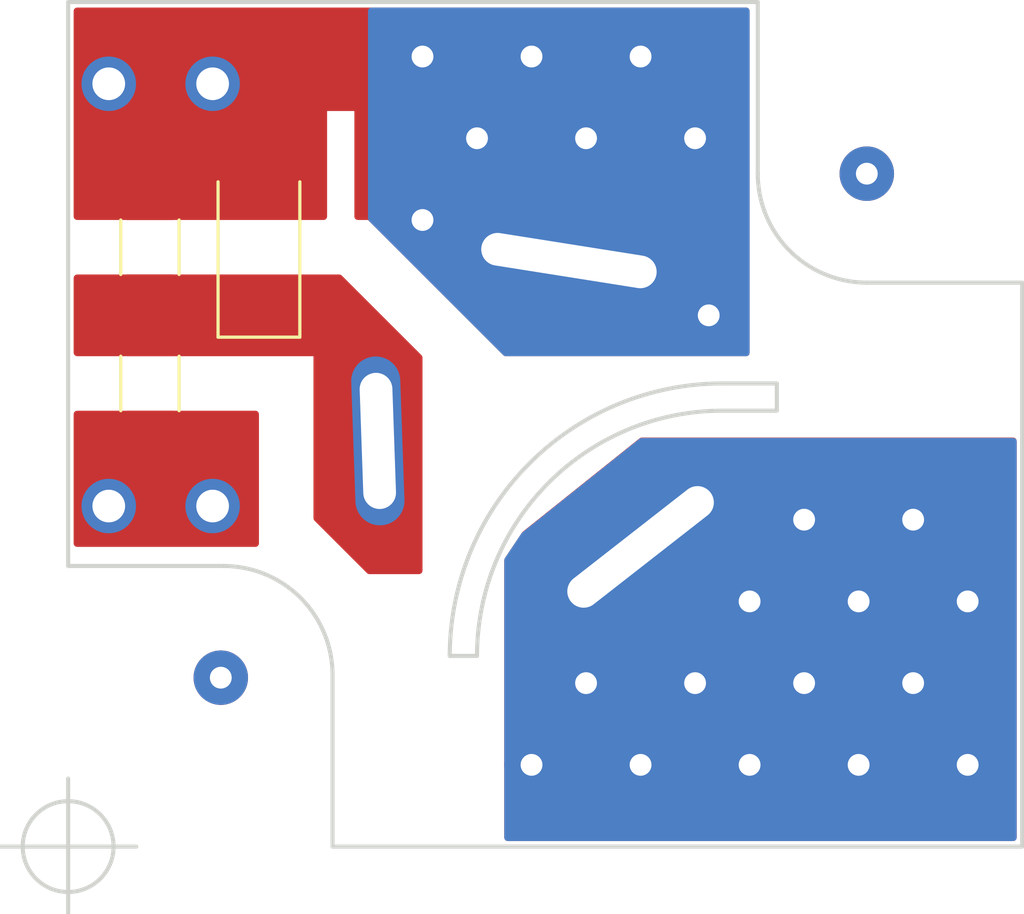
<source format=kicad_pcb>
(kicad_pcb (version 4) (host pcbnew 4.0.7)

  (general
    (links 31)
    (no_connects 0)
    (area 109.924999 94.924999 145.075001 126.075001)
    (thickness 1.6)
    (drawings 17)
    (tracks 0)
    (zones 0)
    (modules 30)
    (nets 5)
  )

  (page A4)
  (layers
    (0 F.Cu signal)
    (31 B.Cu signal)
    (32 B.Adhes user)
    (33 F.Adhes user)
    (34 B.Paste user)
    (35 F.Paste user)
    (36 B.SilkS user)
    (37 F.SilkS user)
    (38 B.Mask user)
    (39 F.Mask user)
    (40 Dwgs.User user)
    (41 Cmts.User user)
    (42 Eco1.User user)
    (43 Eco2.User user)
    (44 Edge.Cuts user)
    (45 Margin user)
    (46 B.CrtYd user)
    (47 F.CrtYd user)
    (48 B.Fab user)
    (49 F.Fab user)
  )

  (setup
    (last_trace_width 0.25)
    (trace_clearance 0.2)
    (zone_clearance 0.127)
    (zone_45_only no)
    (trace_min 0.2)
    (segment_width 0.2)
    (edge_width 0.15)
    (via_size 0.6)
    (via_drill 0.4)
    (via_min_size 0.4)
    (via_min_drill 0.3)
    (uvia_size 0.3)
    (uvia_drill 0.1)
    (uvias_allowed no)
    (uvia_min_size 0.2)
    (uvia_min_drill 0.1)
    (pcb_text_width 0.3)
    (pcb_text_size 1.5 1.5)
    (mod_edge_width 0.15)
    (mod_text_size 1 1)
    (mod_text_width 0.15)
    (pad_size 1.99898 1.99898)
    (pad_drill 0.8001)
    (pad_to_mask_clearance 0.2)
    (aux_axis_origin 110 126)
    (grid_origin 110 126)
    (visible_elements 7FFFEF7F)
    (pcbplotparams
      (layerselection 0x010e0_80000001)
      (usegerberextensions false)
      (excludeedgelayer false)
      (linewidth 0.100000)
      (plotframeref false)
      (viasonmask false)
      (mode 1)
      (useauxorigin false)
      (hpglpennumber 1)
      (hpglpenspeed 20)
      (hpglpendiameter 15)
      (hpglpenoverlay 2)
      (psnegative false)
      (psa4output false)
      (plotreference true)
      (plotvalue true)
      (plotinvisibletext false)
      (padsonsilk false)
      (subtractmaskfromsilk false)
      (outputformat 1)
      (mirror false)
      (drillshape 0)
      (scaleselection 1)
      (outputdirectory gamyba/gerbers/))
  )

  (net 0 "")
  (net 1 "Net-(D1-Pad2)")
  (net 2 /C)
  (net 3 /CTRL)
  (net 4 /A)

  (net_class Default "This is the default net class."
    (clearance 0.2)
    (trace_width 0.25)
    (via_dia 0.6)
    (via_drill 0.4)
    (uvia_dia 0.3)
    (uvia_drill 0.1)
    (add_net /A)
    (add_net /C)
    (add_net /CTRL)
    (add_net "Net-(D1-Pad2)")
  )

  (module Wire_Pads:SolderWirePad_single_0-8mmDrill (layer F.Cu) (tedit 5BACD84F) (tstamp 5BB01C6C)
    (at 139.3 101.3)
    (fp_text reference REF** (at 0 -2.54) (layer F.SilkS) hide
      (effects (font (size 1 1) (thickness 0.15)))
    )
    (fp_text value SolderWirePad_single_0-8mmDrill (at 0 2.54) (layer F.Fab) hide
      (effects (font (size 1 1) (thickness 0.15)))
    )
    (pad 1 thru_hole circle (at 0 0) (size 1.99898 1.99898) (drill 0.8001) (layers *.Cu *.Mask))
  )

  (module Wire_Pads:SolderWirePad_single_0-8mmDrill (layer F.Cu) (tedit 5BACD84F) (tstamp 5BB01C5A)
    (at 115.6 119.8)
    (fp_text reference REF** (at 0 -2.54) (layer F.SilkS) hide
      (effects (font (size 1 1) (thickness 0.15)))
    )
    (fp_text value SolderWirePad_single_0-8mmDrill (at 0 2.54) (layer F.Fab) hide
      (effects (font (size 1 1) (thickness 0.15)))
    )
    (pad 1 thru_hole circle (at 0 0) (size 1.99898 1.99898) (drill 0.8001) (layers *.Cu *.Mask))
  )

  (module Wire_Pads:SolderWirePad_single_0-8mmDrill (layer F.Cu) (tedit 5BACD7C0) (tstamp 5BB01C55)
    (at 133.5 106.5)
    (fp_text reference REF** (at 0 -2.54) (layer F.SilkS) hide
      (effects (font (size 1 1) (thickness 0.15)))
    )
    (fp_text value SolderWirePad_single_0-8mmDrill (at 0 2.54) (layer F.Fab) hide
      (effects (font (size 1 1) (thickness 0.15)))
    )
    (pad 1 thru_hole circle (at 0 0) (size 1.99898 1.99898) (drill 0.8001) (layers *.Cu *.Mask)
      (net 2 /C))
  )

  (module Wire_Pads:SolderWirePad_single_0-8mmDrill (layer F.Cu) (tedit 5BACD74D) (tstamp 5BB018ED)
    (at 127 123)
    (fp_text reference REF** (at 0 -2.54) (layer F.SilkS) hide
      (effects (font (size 1 1) (thickness 0.15)))
    )
    (fp_text value SolderWirePad_single_0-8mmDrill (at 0 2.54) (layer F.Fab) hide
      (effects (font (size 1 1) (thickness 0.15)))
    )
    (pad 1 thru_hole circle (at 0 0) (size 1.99898 1.99898) (drill 0.8001) (layers *.Cu *.Mask)
      (net 4 /A))
  )

  (module Wire_Pads:SolderWirePad_single_0-8mmDrill (layer F.Cu) (tedit 5BACD7C0) (tstamp 5BB018E4)
    (at 123 103)
    (fp_text reference REF** (at 0 -2.54) (layer F.SilkS) hide
      (effects (font (size 1 1) (thickness 0.15)))
    )
    (fp_text value SolderWirePad_single_0-8mmDrill (at 0 2.54) (layer F.Fab) hide
      (effects (font (size 1 1) (thickness 0.15)))
    )
    (pad 1 thru_hole circle (at 0 0) (size 1.99898 1.99898) (drill 0.8001) (layers *.Cu *.Mask)
      (net 2 /C))
  )

  (module Wire_Pads:SolderWirePad_single_0-8mmDrill (layer F.Cu) (tedit 5BACD7CA) (tstamp 5BB018E0)
    (at 133 100)
    (fp_text reference REF** (at 0 -2.54) (layer F.SilkS) hide
      (effects (font (size 1 1) (thickness 0.15)))
    )
    (fp_text value SolderWirePad_single_0-8mmDrill (at 0 2.54) (layer F.Fab) hide
      (effects (font (size 1 1) (thickness 0.15)))
    )
    (pad 1 thru_hole circle (at 0 0) (size 1.99898 1.99898) (drill 0.8001) (layers *.Cu *.Mask)
      (net 2 /C))
  )

  (module Wire_Pads:SolderWirePad_single_0-8mmDrill (layer F.Cu) (tedit 5BACD7C3) (tstamp 5BB018DC)
    (at 125 100)
    (fp_text reference REF** (at 0 -2.54) (layer F.SilkS) hide
      (effects (font (size 1 1) (thickness 0.15)))
    )
    (fp_text value SolderWirePad_single_0-8mmDrill (at 0 2.54) (layer F.Fab) hide
      (effects (font (size 1 1) (thickness 0.15)))
    )
    (pad 1 thru_hole circle (at 0 0) (size 1.99898 1.99898) (drill 0.8001) (layers *.Cu *.Mask)
      (net 2 /C))
  )

  (module Wire_Pads:SolderWirePad_single_0-8mmDrill (layer F.Cu) (tedit 5BACD7C6) (tstamp 5BB018D8)
    (at 129 100)
    (fp_text reference REF** (at 0 -2.54) (layer F.SilkS) hide
      (effects (font (size 1 1) (thickness 0.15)))
    )
    (fp_text value SolderWirePad_single_0-8mmDrill (at 0 2.54) (layer F.Fab) hide
      (effects (font (size 1 1) (thickness 0.15)))
    )
    (pad 1 thru_hole circle (at 0 0) (size 1.99898 1.99898) (drill 0.8001) (layers *.Cu *.Mask)
      (net 2 /C))
  )

  (module Wire_Pads:SolderWirePad_single_0-8mmDrill (layer F.Cu) (tedit 5BACD75A) (tstamp 5BB018D4)
    (at 131 97)
    (fp_text reference REF** (at 0 -2.54) (layer F.SilkS) hide
      (effects (font (size 1 1) (thickness 0.15)))
    )
    (fp_text value SolderWirePad_single_0-8mmDrill (at 0 2.54) (layer F.Fab) hide
      (effects (font (size 1 1) (thickness 0.15)))
    )
    (pad 1 thru_hole circle (at 0 0) (size 1.99898 1.99898) (drill 0.8001) (layers *.Cu *.Mask)
      (net 2 /C))
  )

  (module Wire_Pads:SolderWirePad_single_0-8mmDrill (layer F.Cu) (tedit 5BACD757) (tstamp 5BB018D0)
    (at 127 97)
    (fp_text reference REF** (at 0 -2.54) (layer F.SilkS) hide
      (effects (font (size 1 1) (thickness 0.15)))
    )
    (fp_text value SolderWirePad_single_0-8mmDrill (at 0 2.54) (layer F.Fab) hide
      (effects (font (size 1 1) (thickness 0.15)))
    )
    (pad 1 thru_hole circle (at 0 0) (size 1.99898 1.99898) (drill 0.8001) (layers *.Cu *.Mask)
      (net 2 /C))
  )

  (module Wire_Pads:SolderWirePad_single_0-8mmDrill (layer F.Cu) (tedit 5BACD754) (tstamp 5BB018C5)
    (at 123 97)
    (fp_text reference REF** (at 0 -2.54) (layer F.SilkS) hide
      (effects (font (size 1 1) (thickness 0.15)))
    )
    (fp_text value SolderWirePad_single_0-8mmDrill (at 0 2.54) (layer F.Fab) hide
      (effects (font (size 1 1) (thickness 0.15)))
    )
    (pad 1 thru_hole circle (at 0 0) (size 1.99898 1.99898) (drill 0.8001) (layers *.Cu *.Mask)
      (net 2 /C))
  )

  (module Wire_Pads:SolderWirePad_single_0-8mmDrill (layer F.Cu) (tedit 5BACD7F6) (tstamp 5BB018B3)
    (at 143 123)
    (fp_text reference REF** (at 0 -2.54) (layer F.SilkS) hide
      (effects (font (size 1 1) (thickness 0.15)))
    )
    (fp_text value SolderWirePad_single_0-8mmDrill (at 0 2.54) (layer F.Fab) hide
      (effects (font (size 1 1) (thickness 0.15)))
    )
    (pad 1 thru_hole circle (at 0 0) (size 1.99898 1.99898) (drill 0.8001) (layers *.Cu *.Mask)
      (net 4 /A))
  )

  (module Wire_Pads:SolderWirePad_single_0-8mmDrill (layer F.Cu) (tedit 5BACD7F3) (tstamp 5BB018AF)
    (at 139 123)
    (fp_text reference REF** (at 0 -2.54) (layer F.SilkS) hide
      (effects (font (size 1 1) (thickness 0.15)))
    )
    (fp_text value SolderWirePad_single_0-8mmDrill (at 0 2.54) (layer F.Fab) hide
      (effects (font (size 1 1) (thickness 0.15)))
    )
    (pad 1 thru_hole circle (at 0 0) (size 1.99898 1.99898) (drill 0.8001) (layers *.Cu *.Mask)
      (net 4 /A))
  )

  (module Wire_Pads:SolderWirePad_single_0-8mmDrill (layer F.Cu) (tedit 5BACD7F1) (tstamp 5BB018AB)
    (at 135 123)
    (fp_text reference REF** (at 0 -2.54) (layer F.SilkS) hide
      (effects (font (size 1 1) (thickness 0.15)))
    )
    (fp_text value SolderWirePad_single_0-8mmDrill (at 0 2.54) (layer F.Fab) hide
      (effects (font (size 1 1) (thickness 0.15)))
    )
    (pad 1 thru_hole circle (at 0 0) (size 1.99898 1.99898) (drill 0.8001) (layers *.Cu *.Mask)
      (net 4 /A))
  )

  (module Wire_Pads:SolderWirePad_single_0-8mmDrill (layer F.Cu) (tedit 5BACD7EE) (tstamp 5BB018A7)
    (at 131 123)
    (fp_text reference REF** (at 0 -2.54) (layer F.SilkS) hide
      (effects (font (size 1 1) (thickness 0.15)))
    )
    (fp_text value SolderWirePad_single_0-8mmDrill (at 0 2.54) (layer F.Fab) hide
      (effects (font (size 1 1) (thickness 0.15)))
    )
    (pad 1 thru_hole circle (at 0 0) (size 1.99898 1.99898) (drill 0.8001) (layers *.Cu *.Mask)
      (net 4 /A))
  )

  (module Wire_Pads:SolderWirePad_single_0-8mmDrill (layer F.Cu) (tedit 5BACD7DB) (tstamp 5BB018A3)
    (at 129 120)
    (fp_text reference REF** (at 0 -2.54) (layer F.SilkS) hide
      (effects (font (size 1 1) (thickness 0.15)))
    )
    (fp_text value SolderWirePad_single_0-8mmDrill (at 0 2.54) (layer F.Fab) hide
      (effects (font (size 1 1) (thickness 0.15)))
    )
    (pad 1 thru_hole circle (at 0 0) (size 1.99898 1.99898) (drill 0.8001) (layers *.Cu *.Mask)
      (net 4 /A))
  )

  (module Wire_Pads:SolderWirePad_single_0-8mmDrill (layer F.Cu) (tedit 5BACD7E6) (tstamp 5BB0189A)
    (at 141 120)
    (fp_text reference REF** (at 0 -2.54) (layer F.SilkS) hide
      (effects (font (size 1 1) (thickness 0.15)))
    )
    (fp_text value SolderWirePad_single_0-8mmDrill (at 0 2.54) (layer F.Fab) hide
      (effects (font (size 1 1) (thickness 0.15)))
    )
    (pad 1 thru_hole circle (at 0 0) (size 1.99898 1.99898) (drill 0.8001) (layers *.Cu *.Mask)
      (net 4 /A))
  )

  (module Wire_Pads:SolderWirePad_single_0-8mmDrill (layer F.Cu) (tedit 5BACD7E3) (tstamp 5BB01896)
    (at 137 120)
    (fp_text reference REF** (at 0 -2.54) (layer F.SilkS) hide
      (effects (font (size 1 1) (thickness 0.15)))
    )
    (fp_text value SolderWirePad_single_0-8mmDrill (at 0 2.54) (layer F.Fab) hide
      (effects (font (size 1 1) (thickness 0.15)))
    )
    (pad 1 thru_hole circle (at 0 0) (size 1.99898 1.99898) (drill 0.8001) (layers *.Cu *.Mask)
      (net 4 /A))
  )

  (module Wire_Pads:SolderWirePad_single_0-8mmDrill (layer F.Cu) (tedit 5BACD7E0) (tstamp 5BB01892)
    (at 133 120)
    (fp_text reference REF** (at 0 -2.54) (layer F.SilkS) hide
      (effects (font (size 1 1) (thickness 0.15)))
    )
    (fp_text value SolderWirePad_single_0-8mmDrill (at 0 2.54) (layer F.Fab) hide
      (effects (font (size 1 1) (thickness 0.15)))
    )
    (pad 1 thru_hole circle (at 0 0) (size 1.99898 1.99898) (drill 0.8001) (layers *.Cu *.Mask)
      (net 4 /A))
  )

  (module Wire_Pads:SolderWirePad_single_0-8mmDrill (layer F.Cu) (tedit 5BACD7D5) (tstamp 5BB01884)
    (at 139 117)
    (fp_text reference REF** (at 0 -2.54) (layer F.SilkS) hide
      (effects (font (size 1 1) (thickness 0.15)))
    )
    (fp_text value SolderWirePad_single_0-8mmDrill (at 0 2.54) (layer F.Fab) hide
      (effects (font (size 1 1) (thickness 0.15)))
    )
    (pad 1 thru_hole circle (at 0 0) (size 1.99898 1.99898) (drill 0.8001) (layers *.Cu *.Mask)
      (net 4 /A))
  )

  (module Wire_Pads:SolderWirePad_single_0-8mmDrill (layer F.Cu) (tedit 5BACD7D2) (tstamp 5BB01880)
    (at 135 117)
    (fp_text reference REF** (at 0 -2.54) (layer F.SilkS) hide
      (effects (font (size 1 1) (thickness 0.15)))
    )
    (fp_text value SolderWirePad_single_0-8mmDrill (at 0 2.54) (layer F.Fab) hide
      (effects (font (size 1 1) (thickness 0.15)))
    )
    (pad 1 thru_hole circle (at 0 0) (size 1.99898 1.99898) (drill 0.8001) (layers *.Cu *.Mask)
      (net 4 /A))
  )

  (module Wire_Pads:SolderWirePad_single_0-8mmDrill (layer F.Cu) (tedit 5BACD7D8) (tstamp 5BB0187C)
    (at 143 117)
    (fp_text reference REF** (at 0 -2.54) (layer F.SilkS) hide
      (effects (font (size 1 1) (thickness 0.15)))
    )
    (fp_text value SolderWirePad_single_0-8mmDrill (at 0 2.54) (layer F.Fab) hide
      (effects (font (size 1 1) (thickness 0.15)))
    )
    (pad 1 thru_hole circle (at 0 0) (size 1.99898 1.99898) (drill 0.8001) (layers *.Cu *.Mask)
      (net 4 /A))
  )

  (module Wire_Pads:SolderWirePad_single_0-8mmDrill (layer F.Cu) (tedit 5BACD7CF) (tstamp 5BB01878)
    (at 141 114)
    (fp_text reference REF** (at 0 -2.54) (layer F.SilkS) hide
      (effects (font (size 1 1) (thickness 0.15)))
    )
    (fp_text value SolderWirePad_single_0-8mmDrill (at 0 2.54) (layer F.Fab) hide
      (effects (font (size 1 1) (thickness 0.15)))
    )
    (pad 1 thru_hole circle (at 0 0) (size 1.99898 1.99898) (drill 0.8001) (layers *.Cu *.Mask)
      (net 4 /A))
  )

  (module Wire_Pads:SolderWirePad_2x_1-2mmDrill (layer F.Cu) (tedit 5BACD798) (tstamp 5BB01836)
    (at 113.395 98)
    (fp_text reference REF** (at 0 -3.81) (layer F.SilkS) hide
      (effects (font (size 1 1) (thickness 0.15)))
    )
    (fp_text value SolderWirePad_2x_1-2mmDrill (at 0.635 3.81) (layer F.Fab) hide
      (effects (font (size 1 1) (thickness 0.15)))
    )
    (pad 1 thru_hole circle (at -1.905 0) (size 2 2) (drill 1.2) (layers *.Cu *.Mask)
      (net 2 /C))
    (pad 1 thru_hole circle (at 1.905 0) (size 2 2) (drill 1.2) (layers *.Cu *.Mask)
      (net 2 /C))
  )

  (module Resistors_SMD:R_1206 (layer F.Cu) (tedit 5BACD897) (tstamp 5BB01613)
    (at 113 109 90)
    (descr "Resistor SMD 1206, reflow soldering, Vishay (see dcrcw.pdf)")
    (tags "resistor 1206")
    (path /5BAC9E2C)
    (attr smd)
    (fp_text reference R1 (at 0 -1.85 90) (layer F.SilkS) hide
      (effects (font (size 1 1) (thickness 0.15)))
    )
    (fp_text value 330R (at 0 1.95 90) (layer F.Fab) hide
      (effects (font (size 1 1) (thickness 0.15)))
    )
    (fp_text user %R (at 0 0 90) (layer F.Fab) hide
      (effects (font (size 0.7 0.7) (thickness 0.105)))
    )
    (fp_line (start -1.6 0.8) (end -1.6 -0.8) (layer F.Fab) (width 0.1))
    (fp_line (start 1.6 0.8) (end -1.6 0.8) (layer F.Fab) (width 0.1))
    (fp_line (start 1.6 -0.8) (end 1.6 0.8) (layer F.Fab) (width 0.1))
    (fp_line (start -1.6 -0.8) (end 1.6 -0.8) (layer F.Fab) (width 0.1))
    (fp_line (start 1 1.07) (end -1 1.07) (layer F.SilkS) (width 0.12))
    (fp_line (start -1 -1.07) (end 1 -1.07) (layer F.SilkS) (width 0.12))
    (fp_line (start -2.15 -1.11) (end 2.15 -1.11) (layer F.CrtYd) (width 0.05))
    (fp_line (start -2.15 -1.11) (end -2.15 1.1) (layer F.CrtYd) (width 0.05))
    (fp_line (start 2.15 1.1) (end 2.15 -1.11) (layer F.CrtYd) (width 0.05))
    (fp_line (start 2.15 1.1) (end -2.15 1.1) (layer F.CrtYd) (width 0.05))
    (pad 1 smd rect (at -1.45 0 90) (size 0.9 1.7) (layers F.Cu F.Paste F.Mask)
      (net 3 /CTRL))
    (pad 2 smd rect (at 1.45 0 90) (size 0.9 1.7) (layers F.Cu F.Paste F.Mask)
      (net 1 "Net-(D1-Pad2)"))
    (model ${KISYS3DMOD}/Resistors_SMD.3dshapes/R_1206.wrl
      (at (xyz 0 0 0))
      (scale (xyz 1 1 1))
      (rotate (xyz 0 0 0))
    )
  )

  (module disc:RD91 (layer F.Cu) (tedit 5BACD750) (tstamp 5BAEA831)
    (at 127.49073 110.508339 38)
    (path /5BAC9D95)
    (fp_text reference D1 (at 0 0.5 38) (layer F.SilkS) hide
      (effects (font (size 1 1) (thickness 0.15)))
    )
    (fp_text value BTW67 (at 0 -0.5 38) (layer F.Fab) hide
      (effects (font (size 1 1) (thickness 0.15)))
    )
    (fp_circle (center 0 0) (end 10 0) (layer F.Fab) (width 0.1))
    (fp_line (start 9 -10) (end 18 -3) (layer F.Fab) (width 0.1))
    (fp_line (start 9 10) (end 18 3) (layer F.Fab) (width 0.1))
    (fp_line (start -18 3) (end -9 10) (layer F.Fab) (width 0.1))
    (fp_line (start -18 -3) (end -9 -10) (layer F.Fab) (width 0.1))
    (fp_arc (start -15 0) (end -18 3) (angle 90) (layer F.Fab) (width 0.1))
    (fp_arc (start 0 0) (end -9 -10) (angle 83.97442499) (layer F.Fab) (width 0.1))
    (fp_circle (center 15 0) (end 17 0) (layer F.Fab) (width 0.1))
    (fp_circle (center -15 0) (end -13 0) (layer F.Fab) (width 0.1))
    (fp_circle (center 0 0) (end 11 0.5) (layer F.Fab) (width 0.1))
    (fp_arc (start 0 0) (end 9 10) (angle 83.97442499) (layer F.Fab) (width 0.1))
    (fp_arc (start 15 0) (end 18 -3) (angle 90) (layer F.Fab) (width 0.1))
    (pad 3 thru_hole oval (at 4.4 -4.2 351) (size 8 2.2) (drill oval 6.5 1.2) (layers *.Cu *.Mask)
      (net 2 /C))
    (pad 1 thru_hole oval (at 0 5.7 38) (size 8 2.2) (drill oval 6.5 1.2) (layers *.Cu *.Mask)
      (net 4 /A))
    (pad 2 thru_hole oval (at -5.2 -3.3 2) (size 1.8 6.2) (drill oval 1.2 5) (layers *.Cu *.Mask)
      (net 1 "Net-(D1-Pad2)"))
  )

  (module disc:D_MELF (layer F.Cu) (tedit 5BACD890) (tstamp 5BAF5EB8)
    (at 117 104 90)
    (descr "Diode, MELF,,")
    (tags "Diode MELF ")
    (path /5BAC9F8D)
    (attr smd)
    (fp_text reference D2 (at 0 -2.5 90) (layer F.SilkS) hide
      (effects (font (size 0.7 0.7) (thickness 0.15)))
    )
    (fp_text value LL4007 (at -0.25 1.905 90) (layer F.Fab) hide
      (effects (font (size 0.3 0.3) (thickness 0.075)))
    )
    (fp_text user %R (at 0 -2.5 90) (layer F.Fab) hide
      (effects (font (size 0.5 0.5) (thickness 0.075)))
    )
    (fp_line (start 2.4 -1.5) (end -3.3 -1.5) (layer F.SilkS) (width 0.12))
    (fp_line (start -3.3 -1.5) (end -3.3 1.5) (layer F.SilkS) (width 0.12))
    (fp_line (start -3.3 1.5) (end 2.4 1.5) (layer F.SilkS) (width 0.12))
    (fp_line (start 2.6 -1.3) (end -2.6 -1.3) (layer F.Fab) (width 0.1))
    (fp_line (start -2.6 -1.3) (end -2.6 1.3) (layer F.Fab) (width 0.1))
    (fp_line (start -2.6 1.3) (end 2.6 1.3) (layer F.Fab) (width 0.1))
    (fp_line (start 2.6 1.3) (end 2.6 -1.3) (layer F.Fab) (width 0.1))
    (fp_line (start -0.64944 0.00102) (end -1.55114 0.00102) (layer F.Fab) (width 0.1))
    (fp_line (start 0.50118 0.00102) (end 1.4994 0.00102) (layer F.Fab) (width 0.1))
    (fp_line (start -0.64944 -0.79908) (end -0.64944 0.80112) (layer F.Fab) (width 0.1))
    (fp_line (start 0.50118 0.75032) (end 0.50118 -0.79908) (layer F.Fab) (width 0.1))
    (fp_line (start -0.64944 0.00102) (end 0.50118 0.75032) (layer F.Fab) (width 0.1))
    (fp_line (start -0.64944 0.00102) (end 0.50118 -0.79908) (layer F.Fab) (width 0.1))
    (fp_line (start -3.4 -1.6) (end 3.4 -1.6) (layer F.CrtYd) (width 0.05))
    (fp_line (start 3.4 -1.6) (end 3.4 1.6) (layer F.CrtYd) (width 0.05))
    (fp_line (start 3.4 1.6) (end -3.4 1.6) (layer F.CrtYd) (width 0.05))
    (fp_line (start -3.4 1.6) (end -3.4 -1.6) (layer F.CrtYd) (width 0.05))
    (pad 1 smd rect (at -2.4 0 90) (size 1.5 2.7) (layers F.Cu F.Paste F.Mask)
      (net 1 "Net-(D1-Pad2)"))
    (pad 2 smd rect (at 2.4 0 90) (size 1.5 2.7) (layers F.Cu F.Paste F.Mask)
      (net 2 /C))
    (model ${VENTLIB3DPACK}/D_MELF.wrl
      (at (xyz 0 0 0))
      (scale (xyz 1 1 1))
      (rotate (xyz 0 0 0))
    )
  )

  (module Resistors_SMD:R_1206 (layer F.Cu) (tedit 5BACD894) (tstamp 5BB01459)
    (at 113 104 270)
    (descr "Resistor SMD 1206, reflow soldering, Vishay (see dcrcw.pdf)")
    (tags "resistor 1206")
    (path /5BAC9F3B)
    (attr smd)
    (fp_text reference R2 (at 0 -1.85 270) (layer F.SilkS) hide
      (effects (font (size 1 1) (thickness 0.15)))
    )
    (fp_text value 330R (at 0 1.95 270) (layer F.Fab) hide
      (effects (font (size 1 1) (thickness 0.15)))
    )
    (fp_text user %R (at 0 0 270) (layer F.Fab) hide
      (effects (font (size 0.7 0.7) (thickness 0.105)))
    )
    (fp_line (start -1.6 0.8) (end -1.6 -0.8) (layer F.Fab) (width 0.1))
    (fp_line (start 1.6 0.8) (end -1.6 0.8) (layer F.Fab) (width 0.1))
    (fp_line (start 1.6 -0.8) (end 1.6 0.8) (layer F.Fab) (width 0.1))
    (fp_line (start -1.6 -0.8) (end 1.6 -0.8) (layer F.Fab) (width 0.1))
    (fp_line (start 1 1.07) (end -1 1.07) (layer F.SilkS) (width 0.12))
    (fp_line (start -1 -1.07) (end 1 -1.07) (layer F.SilkS) (width 0.12))
    (fp_line (start -2.15 -1.11) (end 2.15 -1.11) (layer F.CrtYd) (width 0.05))
    (fp_line (start -2.15 -1.11) (end -2.15 1.1) (layer F.CrtYd) (width 0.05))
    (fp_line (start 2.15 1.1) (end 2.15 -1.11) (layer F.CrtYd) (width 0.05))
    (fp_line (start 2.15 1.1) (end -2.15 1.1) (layer F.CrtYd) (width 0.05))
    (pad 1 smd rect (at -1.45 0 270) (size 0.9 1.7) (layers F.Cu F.Paste F.Mask)
      (net 2 /C))
    (pad 2 smd rect (at 1.45 0 270) (size 0.9 1.7) (layers F.Cu F.Paste F.Mask)
      (net 1 "Net-(D1-Pad2)"))
    (model ${KISYS3DMOD}/Resistors_SMD.3dshapes/R_1206.wrl
      (at (xyz 0 0 0))
      (scale (xyz 1 1 1))
      (rotate (xyz 0 0 0))
    )
  )

  (module Wire_Pads:SolderWirePad_2x_1-2mmDrill (layer F.Cu) (tedit 5BACD7A5) (tstamp 5BB017FF)
    (at 113.395 113.5)
    (fp_text reference REF** (at 0 -3.81) (layer F.SilkS) hide
      (effects (font (size 1 1) (thickness 0.15)))
    )
    (fp_text value SolderWirePad_2x_1-2mmDrill (at 0.635 3.81) (layer F.Fab) hide
      (effects (font (size 1 1) (thickness 0.15)))
    )
    (pad 1 thru_hole circle (at -1.905 0) (size 2 2) (drill 1.19888) (layers *.Cu *.Mask)
      (net 3 /CTRL))
    (pad 1 thru_hole circle (at 1.905 0) (size 2 2) (drill 1.19888) (layers *.Cu *.Mask)
      (net 3 /CTRL))
  )

  (module Wire_Pads:SolderWirePad_single_0-8mmDrill (layer F.Cu) (tedit 5BACD7CD) (tstamp 5BB01858)
    (at 137 114)
    (fp_text reference REF** (at 0 -2.54) (layer F.SilkS) hide
      (effects (font (size 1 1) (thickness 0.15)))
    )
    (fp_text value SolderWirePad_single_0-8mmDrill (at 0 2.54) (layer F.Fab) hide
      (effects (font (size 1 1) (thickness 0.15)))
    )
    (pad 1 thru_hole circle (at 0 0) (size 1.99898 1.99898) (drill 0.8001) (layers *.Cu *.Mask)
      (net 4 /A))
  )

  (gr_line (start 136 110) (end 134 110) (layer Edge.Cuts) (width 0.15))
  (gr_line (start 136 109) (end 136 110) (layer Edge.Cuts) (width 0.15))
  (gr_line (start 134 109) (end 136 109) (layer Edge.Cuts) (width 0.15))
  (gr_line (start 124 119) (end 125 119) (layer Edge.Cuts) (width 0.15))
  (gr_arc (start 134 119) (end 124 119) (angle 90) (layer Edge.Cuts) (width 0.15))
  (gr_arc (start 134 119) (end 125 119) (angle 90) (layer Edge.Cuts) (width 0.15))
  (gr_line (start 139.3 105.3) (end 145 105.3) (layer Edge.Cuts) (width 0.15))
  (gr_line (start 135.3 101.3) (end 135.3 95) (layer Edge.Cuts) (width 0.15))
  (gr_line (start 115.7 115.7) (end 110 115.7) (layer Edge.Cuts) (width 0.15))
  (gr_line (start 119.7 119.7) (end 119.7 126) (layer Edge.Cuts) (width 0.15))
  (gr_arc (start 115.7 119.7) (end 115.7 115.7) (angle 90) (layer Edge.Cuts) (width 0.15))
  (gr_arc (start 139.3 101.3) (end 139.3 105.3) (angle 90) (layer Edge.Cuts) (width 0.15))
  (gr_line (start 145 126) (end 119.7 126) (layer Edge.Cuts) (width 0.15))
  (gr_line (start 145 105.3) (end 145 126) (layer Edge.Cuts) (width 0.15))
  (gr_line (start 110 95) (end 135.3 95) (layer Edge.Cuts) (width 0.15))
  (gr_line (start 110 115.7) (end 110 95) (layer Edge.Cuts) (width 0.15))
  (target plus (at 110 126) (size 5) (width 0.15) (layer Edge.Cuts))

  (zone (net 2) (net_name /C) (layer F.Cu) (tstamp 0) (hatch edge 0.508)
    (connect_pads yes (clearance 0.127))
    (min_thickness 0.254)
    (fill yes (arc_segments 16) (thermal_gap 0.508) (thermal_bridge_width 0.508))
    (polygon
      (pts
        (xy 110 103) (xy 119.5 103) (xy 119.5 99) (xy 120.5 99) (xy 120.5 103)
        (xy 121 103) (xy 126 108) (xy 135 108) (xy 135 95) (xy 110 95)
      )
    )
    (filled_polygon
      (pts
        (xy 134.873 107.873) (xy 126.052606 107.873) (xy 121.089803 102.910197) (xy 121.047789 102.882334) (xy 121 102.873)
        (xy 120.627 102.873) (xy 120.627 99) (xy 120.616994 98.95059) (xy 120.588553 98.908965) (xy 120.546159 98.881685)
        (xy 120.5 98.873) (xy 119.5 98.873) (xy 119.45059 98.883006) (xy 119.408965 98.911447) (xy 119.381685 98.953841)
        (xy 119.373 99) (xy 119.373 102.873) (xy 110.329 102.873) (xy 110.329 95.329) (xy 134.873 95.329)
      )
    )
  )
  (zone (net 4) (net_name /A) (layer B.Cu) (tstamp 0) (hatch edge 0.508)
    (connect_pads yes (clearance 0.127))
    (min_thickness 0.254)
    (fill yes (arc_segments 16) (thermal_gap 0.508) (thermal_bridge_width 0.508))
    (polygon
      (pts
        (xy 126 126) (xy 126 115) (xy 131 111) (xy 145 111) (xy 145 126)
      )
    )
    (filled_polygon
      (pts
        (xy 144.671 125.671) (xy 126.127 125.671) (xy 126.127 115.48666) (xy 126.737992 114.572246) (xy 131.044549 111.127)
        (xy 144.671 111.127)
      )
    )
  )
  (zone (net 1) (net_name "Net-(D1-Pad2)") (layer F.Cu) (tstamp 0) (hatch edge 0.508)
    (connect_pads yes (clearance 0.127))
    (min_thickness 0.254)
    (fill yes (arc_segments 16) (thermal_gap 0.508) (thermal_bridge_width 0.508))
    (polygon
      (pts
        (xy 110 105) (xy 120 105) (xy 123 108) (xy 123 116) (xy 121 116)
        (xy 119 114) (xy 119 108) (xy 110 108)
      )
    )
    (filled_polygon
      (pts
        (xy 122.873 108.052606) (xy 122.873 115.873) (xy 121.052606 115.873) (xy 119.127 113.947394) (xy 119.127 108)
        (xy 119.116994 107.95059) (xy 119.088553 107.908965) (xy 119.046159 107.881685) (xy 119 107.873) (xy 110.329 107.873)
        (xy 110.329 105.127) (xy 119.947394 105.127)
      )
    )
  )
  (zone (net 0) (net_name "") (layer F.Mask) (tstamp 0) (hatch edge 0.508)
    (connect_pads yes (clearance 0.127))
    (min_thickness 0.254)
    (fill yes (arc_segments 16) (thermal_gap 0.508) (thermal_bridge_width 0.508))
    (polygon
      (pts
        (xy 120.5 95) (xy 135 95) (xy 135 108) (xy 126 108) (xy 121 103)
        (xy 120.5 103)
      )
    )
    (filled_polygon
      (pts
        (xy 134.873 107.873) (xy 126.052606 107.873) (xy 121.089803 102.910197) (xy 121.047789 102.882334) (xy 121 102.873)
        (xy 120.627 102.873) (xy 120.627 95.127) (xy 134.873 95.127)
      )
    )
  )
  (zone (net 0) (net_name "") (layer F.Mask) (tstamp 0) (hatch edge 0.508)
    (connect_pads yes (clearance 0.127))
    (min_thickness 0.254)
    (fill yes (arc_segments 16) (thermal_gap 0.508) (thermal_bridge_width 0.508))
    (polygon
      (pts
        (xy 126 126) (xy 126 115) (xy 131 111) (xy 145 111) (xy 145 126)
      )
    )
    (filled_polygon
      (pts
        (xy 144.873 125.873) (xy 126.127 125.873) (xy 126.127 115.061039) (xy 131.044549 111.127) (xy 144.873 111.127)
      )
    )
  )
  (zone (net 3) (net_name /CTRL) (layer F.Cu) (tstamp 0) (hatch edge 0.508)
    (connect_pads yes (clearance 0.127))
    (min_thickness 0.254)
    (fill yes (arc_segments 16) (thermal_gap 0.508) (thermal_bridge_width 0.508))
    (polygon
      (pts
        (xy 110 110) (xy 117 110) (xy 117 115) (xy 110 115)
      )
    )
    (filled_polygon
      (pts
        (xy 116.873 114.873) (xy 110.329 114.873) (xy 110.329 110.127) (xy 116.873 110.127)
      )
    )
  )
  (zone (net 0) (net_name "") (layer F.Mask) (tstamp 0) (hatch edge 0.508)
    (connect_pads yes (clearance 0.127))
    (min_thickness 0.254)
    (fill yes (arc_segments 16) (thermal_gap 0.508) (thermal_bridge_width 0.508))
    (polygon
      (pts
        (xy 119 114) (xy 119 105) (xy 120 105) (xy 123 108) (xy 123 116)
        (xy 121 116)
      )
    )
    (filled_polygon
      (pts
        (xy 122.873 108.052606) (xy 122.873 115.873) (xy 121.052606 115.873) (xy 119.127 113.947394) (xy 119.127 105.127)
        (xy 119.947394 105.127)
      )
    )
  )
  (zone (net 0) (net_name "") (layer F.Mask) (tstamp 0) (hatch edge 0.508)
    (connect_pads yes (clearance 0.127))
    (min_thickness 0.254)
    (fill yes (arc_segments 16) (thermal_gap 0.508) (thermal_bridge_width 0.508))
    (polygon
      (pts
        (xy 110 112) (xy 117 112) (xy 117 115) (xy 110 115)
      )
    )
    (filled_polygon
      (pts
        (xy 116.873 114.873) (xy 110.127 114.873) (xy 110.127 112.127) (xy 116.873 112.127)
      )
    )
  )
  (zone (net 0) (net_name "") (layer F.Mask) (tstamp 5BB0184F) (hatch edge 0.508)
    (connect_pads yes (clearance 0.127))
    (min_thickness 0.254)
    (fill yes (arc_segments 16) (thermal_gap 0.508) (thermal_bridge_width 0.508))
    (polygon
      (pts
        (xy 110.079442 96.5) (xy 117.079442 96.5) (xy 117.079442 99.5) (xy 110.079442 99.5)
      )
    )
    (filled_polygon
      (pts
        (xy 116.952442 99.373) (xy 110.206442 99.373) (xy 110.206442 96.627) (xy 116.952442 96.627)
      )
    )
  )
  (zone (net 4) (net_name /A) (layer F.Cu) (tstamp 5BB01853) (hatch edge 0.508)
    (connect_pads yes (clearance 0.127))
    (min_thickness 0.254)
    (fill yes (arc_segments 16) (thermal_gap 0.508) (thermal_bridge_width 0.508))
    (polygon
      (pts
        (xy 126 125.985391) (xy 126 114.985391) (xy 131 110.985391) (xy 145 110.985391) (xy 145 125.985391)
      )
    )
    (filled_polygon
      (pts
        (xy 144.671 125.671) (xy 126.127 125.671) (xy 126.127 115.48666) (xy 126.758964 114.540859) (xy 131.044549 111.112391)
        (xy 144.671 111.112391)
      )
    )
  )
  (zone (net 2) (net_name /C) (layer B.Cu) (tstamp 5BB018B8) (hatch edge 0.508)
    (connect_pads yes (clearance 0.127))
    (min_thickness 0.254)
    (fill yes (arc_segments 16) (thermal_gap 0.508) (thermal_bridge_width 0.508))
    (polygon
      (pts
        (xy 126 108) (xy 135 108) (xy 135 95) (xy 121 95) (xy 121 103)
      )
    )
    (filled_polygon
      (pts
        (xy 134.873 107.873) (xy 126.052606 107.873) (xy 121.127 102.947394) (xy 121.127 95.329) (xy 134.873 95.329)
      )
    )
  )
)

</source>
